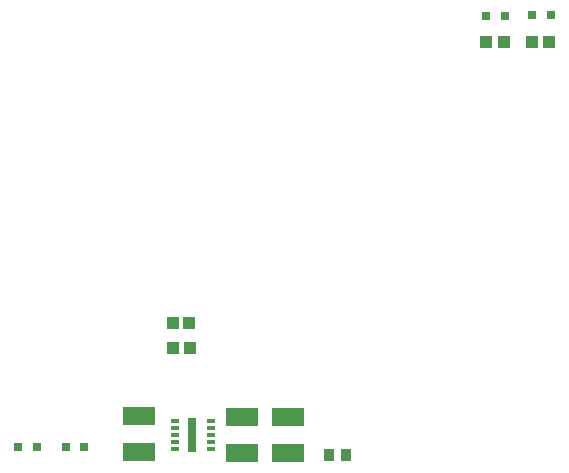
<source format=gtp>
G04 Layer_Color=7318015*
%FSLAX24Y24*%
%MOIN*%
G70*
G01*
G75*
%ADD12R,0.1102X0.0591*%
%ADD13R,0.0394X0.0433*%
%ADD14R,0.0413X0.0394*%
%ADD15R,0.0315X0.0315*%
%ADD16R,0.0354X0.0413*%
%ADD80R,0.0276X0.1142*%
%ADD81R,0.0256X0.0118*%
D12*
X11201Y29370D02*
D03*
Y28189D02*
D03*
X14606Y28150D02*
D03*
Y29331D02*
D03*
X16142Y28150D02*
D03*
Y29331D02*
D03*
D13*
X24841Y41849D02*
D03*
X24290D02*
D03*
X12867Y32492D02*
D03*
X12315D02*
D03*
X12878Y31629D02*
D03*
X12326D02*
D03*
D14*
X22750Y41849D02*
D03*
X23340D02*
D03*
D15*
X23378Y42722D02*
D03*
X22748D02*
D03*
X24910Y42731D02*
D03*
X24280D02*
D03*
X9370Y28346D02*
D03*
X8740D02*
D03*
X7795D02*
D03*
X7165D02*
D03*
D16*
X17506Y28084D02*
D03*
X18077D02*
D03*
D80*
X12942Y28740D02*
D03*
D81*
X13593Y29213D02*
D03*
Y28976D02*
D03*
Y28740D02*
D03*
Y28504D02*
D03*
Y28268D02*
D03*
X12392D02*
D03*
Y28504D02*
D03*
Y28740D02*
D03*
Y28976D02*
D03*
Y29213D02*
D03*
M02*

</source>
